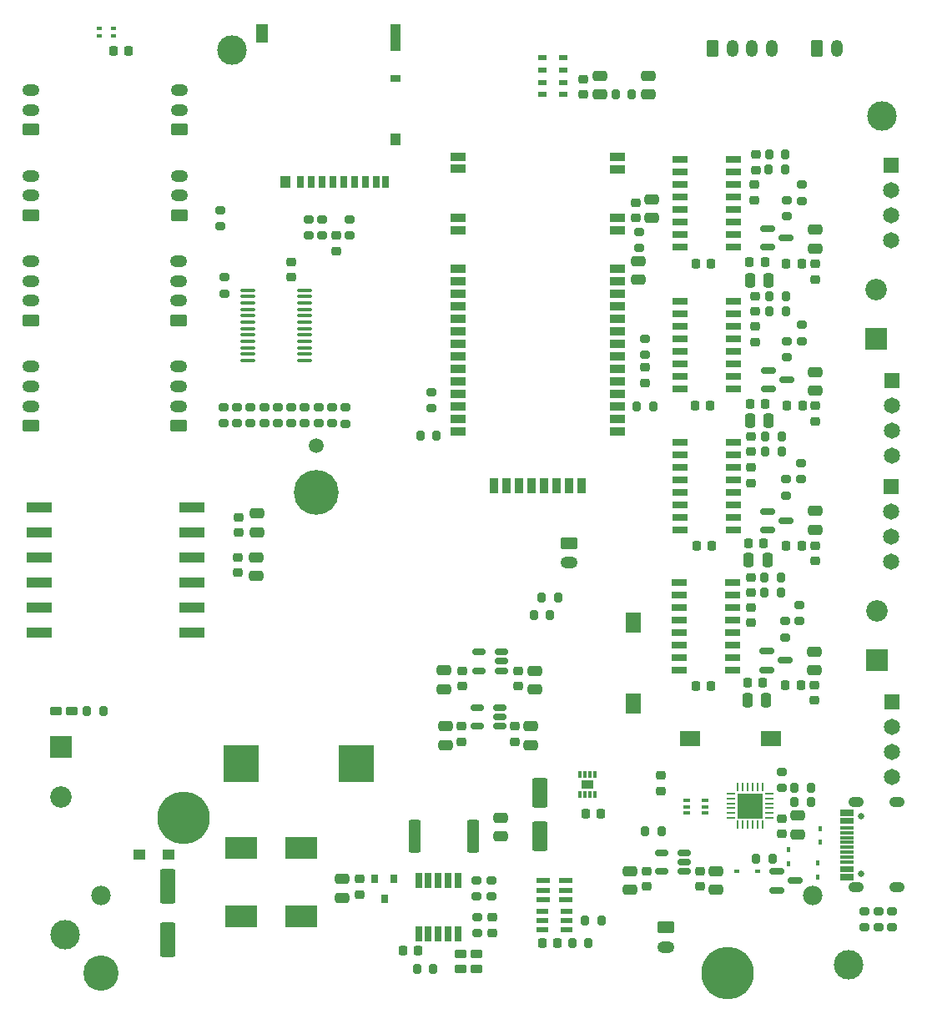
<source format=gts>
G04 #@! TF.GenerationSoftware,KiCad,Pcbnew,(6.0.5)*
G04 #@! TF.CreationDate,2023-01-16T17:19:21+01:00*
G04 #@! TF.ProjectId,ruche,72756368-652e-46b6-9963-61645f706362,rev?*
G04 #@! TF.SameCoordinates,Original*
G04 #@! TF.FileFunction,Soldermask,Top*
G04 #@! TF.FilePolarity,Negative*
%FSLAX46Y46*%
G04 Gerber Fmt 4.6, Leading zero omitted, Abs format (unit mm)*
G04 Created by KiCad (PCBNEW (6.0.5)) date 2023-01-16 17:19:21*
%MOMM*%
%LPD*%
G01*
G04 APERTURE LIST*
G04 Aperture macros list*
%AMRoundRect*
0 Rectangle with rounded corners*
0 $1 Rounding radius*
0 $2 $3 $4 $5 $6 $7 $8 $9 X,Y pos of 4 corners*
0 Add a 4 corners polygon primitive as box body*
4,1,4,$2,$3,$4,$5,$6,$7,$8,$9,$2,$3,0*
0 Add four circle primitives for the rounded corners*
1,1,$1+$1,$2,$3*
1,1,$1+$1,$4,$5*
1,1,$1+$1,$6,$7*
1,1,$1+$1,$8,$9*
0 Add four rect primitives between the rounded corners*
20,1,$1+$1,$2,$3,$4,$5,0*
20,1,$1+$1,$4,$5,$6,$7,0*
20,1,$1+$1,$6,$7,$8,$9,0*
20,1,$1+$1,$8,$9,$2,$3,0*%
G04 Aperture macros list end*
%ADD10RoundRect,0.225000X-0.250000X0.225000X-0.250000X-0.225000X0.250000X-0.225000X0.250000X0.225000X0*%
%ADD11RoundRect,0.250000X-0.475000X0.250000X-0.475000X-0.250000X0.475000X-0.250000X0.475000X0.250000X0*%
%ADD12RoundRect,0.250000X-0.550000X1.500000X-0.550000X-1.500000X0.550000X-1.500000X0.550000X1.500000X0*%
%ADD13RoundRect,0.225000X-0.225000X-0.250000X0.225000X-0.250000X0.225000X0.250000X-0.225000X0.250000X0*%
%ADD14RoundRect,0.250000X0.475000X-0.250000X0.475000X0.250000X-0.475000X0.250000X-0.475000X-0.250000X0*%
%ADD15RoundRect,0.250000X0.550000X-1.250000X0.550000X1.250000X-0.550000X1.250000X-0.550000X-1.250000X0*%
%ADD16RoundRect,0.212500X-0.400000X-0.212500X0.400000X-0.212500X0.400000X0.212500X-0.400000X0.212500X0*%
%ADD17R,1.240000X1.120000*%
%ADD18R,3.200000X2.250000*%
%ADD19R,0.650000X1.525000*%
%ADD20R,2.175000X2.175000*%
%ADD21C,2.175000*%
%ADD22RoundRect,0.250000X-0.350000X-0.625000X0.350000X-0.625000X0.350000X0.625000X-0.350000X0.625000X0*%
%ADD23O,1.200000X1.750000*%
%ADD24R,3.650000X3.750000*%
%ADD25R,0.800000X0.900000*%
%ADD26RoundRect,0.200000X-0.200000X-0.275000X0.200000X-0.275000X0.200000X0.275000X-0.200000X0.275000X0*%
%ADD27RoundRect,0.200000X0.275000X-0.200000X0.275000X0.200000X-0.275000X0.200000X-0.275000X-0.200000X0*%
%ADD28RoundRect,0.200000X-0.275000X0.200000X-0.275000X-0.200000X0.275000X-0.200000X0.275000X0.200000X0*%
%ADD29RoundRect,0.250000X-0.362500X-1.425000X0.362500X-1.425000X0.362500X1.425000X-0.362500X1.425000X0*%
%ADD30R,0.300000X0.750000*%
%ADD31R,1.300000X0.900000*%
%ADD32RoundRect,0.250000X0.625000X-0.350000X0.625000X0.350000X-0.625000X0.350000X-0.625000X-0.350000X0*%
%ADD33O,1.750000X1.200000*%
%ADD34R,2.500000X1.000000*%
%ADD35R,0.500000X0.300000*%
%ADD36C,1.500000*%
%ADD37C,4.540000*%
%ADD38RoundRect,0.225000X0.250000X-0.225000X0.250000X0.225000X-0.250000X0.225000X-0.250000X-0.225000X0*%
%ADD39R,0.650000X0.400000*%
%ADD40R,1.650000X1.650000*%
%ADD41C,1.650000*%
%ADD42RoundRect,0.150000X-0.587500X-0.150000X0.587500X-0.150000X0.587500X0.150000X-0.587500X0.150000X0*%
%ADD43RoundRect,0.225000X0.225000X0.250000X-0.225000X0.250000X-0.225000X-0.250000X0.225000X-0.250000X0*%
%ADD44RoundRect,0.250000X-0.625000X0.350000X-0.625000X-0.350000X0.625000X-0.350000X0.625000X0.350000X0*%
%ADD45R,0.600000X0.450000*%
%ADD46R,0.700000X1.200000*%
%ADD47R,1.000000X0.800000*%
%ADD48R,1.300000X1.900000*%
%ADD49R,1.000000X1.200000*%
%ADD50R,1.000000X2.800000*%
%ADD51RoundRect,0.218750X0.218750X0.256250X-0.218750X0.256250X-0.218750X-0.256250X0.218750X-0.256250X0*%
%ADD52RoundRect,0.218750X0.256250X-0.218750X0.256250X0.218750X-0.256250X0.218750X-0.256250X-0.218750X0*%
%ADD53RoundRect,0.250000X-0.250000X-0.475000X0.250000X-0.475000X0.250000X0.475000X-0.250000X0.475000X0*%
%ADD54RoundRect,0.100000X-0.637500X-0.100000X0.637500X-0.100000X0.637500X0.100000X-0.637500X0.100000X0*%
%ADD55RoundRect,0.150000X0.512500X0.150000X-0.512500X0.150000X-0.512500X-0.150000X0.512500X-0.150000X0*%
%ADD56R,0.420000X0.550000*%
%ADD57RoundRect,0.062500X0.062500X-0.350000X0.062500X0.350000X-0.062500X0.350000X-0.062500X-0.350000X0*%
%ADD58RoundRect,0.062500X0.350000X-0.062500X0.350000X0.062500X-0.350000X0.062500X-0.350000X-0.062500X0*%
%ADD59R,2.600000X2.600000*%
%ADD60R,2.000000X1.500000*%
%ADD61R,1.525000X0.700000*%
%ADD62R,1.400000X0.600000*%
%ADD63C,3.000000*%
%ADD64R,1.200000X0.600000*%
%ADD65C,0.670000*%
%ADD66R,1.450000X0.300000*%
%ADD67RoundRect,0.500000X0.300000X0.000000X0.300000X0.000000X-0.300000X0.000000X-0.300000X0.000000X0*%
%ADD68R,1.500000X2.000000*%
%ADD69R,1.500000X0.900000*%
%ADD70R,0.900000X1.500000*%
%ADD71RoundRect,0.200000X0.200000X0.275000X-0.200000X0.275000X-0.200000X-0.275000X0.200000X-0.275000X0*%
%ADD72R,0.950000X0.550000*%
%ADD73C,1.980000*%
%ADD74C,5.325000*%
%ADD75C,3.585000*%
G04 APERTURE END LIST*
D10*
X137830000Y-140895000D03*
X137830000Y-142445000D03*
D11*
X139420000Y-140870000D03*
X139420000Y-142770000D03*
D10*
X156620000Y-155555000D03*
X156620000Y-157105000D03*
D11*
X158250000Y-155590000D03*
X158250000Y-157490000D03*
D10*
X152650000Y-145885000D03*
X152650000Y-147435000D03*
D12*
X102625000Y-157110000D03*
X102625000Y-162510000D03*
D10*
X122060000Y-156385000D03*
X122060000Y-157935000D03*
D11*
X120290000Y-156390000D03*
X120290000Y-158290000D03*
D10*
X135560000Y-160275000D03*
X135560000Y-161825000D03*
D13*
X145005000Y-149750000D03*
X146555000Y-149750000D03*
X126495000Y-163600000D03*
X128045000Y-163600000D03*
D14*
X136410000Y-152035000D03*
X136410000Y-150135000D03*
D15*
X140380000Y-152010000D03*
X140380000Y-147610000D03*
D13*
X97067391Y-72357391D03*
X98617391Y-72357391D03*
D16*
X91268750Y-139310000D03*
X92893750Y-139310000D03*
D17*
X102700000Y-153900000D03*
X99700000Y-153900000D03*
D16*
X132307500Y-165542000D03*
X133932500Y-165542000D03*
X132327500Y-163992000D03*
X133952500Y-163992000D03*
D18*
X116180000Y-153260000D03*
X116180000Y-160160000D03*
X110025000Y-153235000D03*
X110025000Y-160135000D03*
D19*
X128070000Y-161912000D03*
X129070000Y-161912000D03*
X130070000Y-161912000D03*
X131070000Y-161912000D03*
X132070000Y-161912000D03*
X132070000Y-156488000D03*
X131070000Y-156488000D03*
X130070000Y-156488000D03*
X129070000Y-156488000D03*
X128070000Y-156488000D03*
D20*
X91760000Y-143020000D03*
D21*
X91760000Y-148020000D03*
D22*
X157900000Y-72090000D03*
D23*
X159900000Y-72090000D03*
X161900000Y-72090000D03*
X163900000Y-72090000D03*
D24*
X110040000Y-144690000D03*
X121740000Y-144690000D03*
D25*
X125540000Y-156350000D03*
X123640000Y-156350000D03*
X124590000Y-158350000D03*
D26*
X94416250Y-139300000D03*
X96066250Y-139300000D03*
D27*
X133990000Y-161875000D03*
X133990000Y-160225000D03*
D26*
X127895000Y-165540000D03*
X129545000Y-165540000D03*
D28*
X135460000Y-156485000D03*
X135460000Y-158135000D03*
D27*
X133960000Y-158135000D03*
X133960000Y-156485000D03*
D29*
X127637500Y-152030000D03*
X133562500Y-152030000D03*
D30*
X144480000Y-147810000D03*
X144980000Y-147810000D03*
X145480000Y-147810000D03*
X145980000Y-147810000D03*
X145980000Y-145810000D03*
X145480000Y-145810000D03*
X144980000Y-145810000D03*
X144480000Y-145810000D03*
D31*
X145230000Y-146810000D03*
D32*
X88740000Y-89040000D03*
D33*
X88740000Y-87040000D03*
X88740000Y-85040000D03*
D32*
X88750000Y-80340000D03*
D33*
X88750000Y-78340000D03*
X88750000Y-76340000D03*
D32*
X103760000Y-89030000D03*
D33*
X103760000Y-87030000D03*
X103760000Y-85030000D03*
D34*
X105065000Y-131360000D03*
X105065000Y-128820000D03*
X105065000Y-126280000D03*
X105065000Y-123740000D03*
X105065000Y-121200000D03*
X105065000Y-118660000D03*
X89565000Y-118660000D03*
X89565000Y-121200000D03*
X89565000Y-123740000D03*
X89565000Y-126280000D03*
X89565000Y-128820000D03*
X89565000Y-131360000D03*
D35*
X95667391Y-70082391D03*
X95667391Y-70882391D03*
X97067391Y-70882391D03*
X97067391Y-70082391D03*
D10*
X109765000Y-123750000D03*
X109765000Y-125300000D03*
D11*
X111590000Y-123750000D03*
X111590000Y-125650000D03*
D26*
X128235000Y-111370000D03*
X129885000Y-111370000D03*
D36*
X117650000Y-112380000D03*
D37*
X117650000Y-117180000D03*
D11*
X130668750Y-135220000D03*
X130668750Y-137120000D03*
D38*
X109780000Y-121215000D03*
X109780000Y-119665000D03*
D27*
X166970000Y-87565000D03*
X166970000Y-85915000D03*
D14*
X168330000Y-92410000D03*
X168330000Y-90510000D03*
D11*
X149560000Y-155590000D03*
X149560000Y-157490000D03*
D39*
X155260000Y-148400000D03*
X155260000Y-149050000D03*
X155260000Y-149700000D03*
X157160000Y-149700000D03*
X157160000Y-149050000D03*
X157160000Y-148400000D03*
D27*
X129400000Y-108625000D03*
X129400000Y-106975000D03*
X108340000Y-96995000D03*
X108340000Y-95345000D03*
D40*
X176060000Y-83960000D03*
D41*
X176060000Y-86500000D03*
X176060000Y-89040000D03*
X176060000Y-91580000D03*
D14*
X168200000Y-135210000D03*
X168200000Y-133310000D03*
D32*
X103800000Y-80350000D03*
D33*
X103800000Y-78350000D03*
X103800000Y-76350000D03*
D42*
X163382500Y-133250000D03*
X163382500Y-135150000D03*
X165257500Y-134200000D03*
D43*
X142165000Y-162890000D03*
X140615000Y-162890000D03*
D27*
X166710000Y-130235000D03*
X166710000Y-128585000D03*
D26*
X166215000Y-148530000D03*
X167865000Y-148530000D03*
D27*
X165410000Y-89145000D03*
X165410000Y-87495000D03*
D44*
X143310000Y-122300000D03*
D33*
X143310000Y-124300000D03*
D38*
X161800000Y-113015000D03*
X161800000Y-111465000D03*
D13*
X156255000Y-122610000D03*
X157805000Y-122610000D03*
D45*
X160340000Y-155600000D03*
X162440000Y-155600000D03*
D13*
X161695000Y-108180000D03*
X163245000Y-108180000D03*
D28*
X109670000Y-108485000D03*
X109670000Y-110135000D03*
D27*
X176140000Y-161275000D03*
X176140000Y-159625000D03*
D28*
X112400000Y-108485000D03*
X112400000Y-110135000D03*
D20*
X174520000Y-101580000D03*
D21*
X174520000Y-96580000D03*
D46*
X116085000Y-85670000D03*
X117185000Y-85670000D03*
X118285000Y-85670000D03*
X119385000Y-85670000D03*
X120485000Y-85670000D03*
X121585000Y-85670000D03*
X122685000Y-85670000D03*
X123785000Y-85670000D03*
X124735000Y-85670000D03*
D47*
X125685000Y-75170000D03*
D48*
X112185000Y-70570000D03*
D49*
X114535000Y-85670000D03*
X125685000Y-81370000D03*
D50*
X125685000Y-71020000D03*
D51*
X166947500Y-122550000D03*
X165372500Y-122550000D03*
D28*
X115150000Y-108485000D03*
X115150000Y-110135000D03*
D10*
X168350000Y-108385000D03*
X168350000Y-109935000D03*
D28*
X119270000Y-108505000D03*
X119270000Y-110155000D03*
D14*
X168350000Y-106850000D03*
X168350000Y-104950000D03*
D52*
X151040000Y-106027500D03*
X151040000Y-104452500D03*
D27*
X166890000Y-115835000D03*
X166890000Y-114185000D03*
D20*
X174560000Y-134190000D03*
D21*
X174560000Y-129190000D03*
D53*
X161710000Y-109900000D03*
X163610000Y-109900000D03*
X161450000Y-138200000D03*
X163350000Y-138200000D03*
D42*
X163582500Y-104780000D03*
X163582500Y-106680000D03*
X165457500Y-105730000D03*
D54*
X110747500Y-96625000D03*
X110747500Y-97275000D03*
X110747500Y-97925000D03*
X110747500Y-98575000D03*
X110747500Y-99225000D03*
X110747500Y-99875000D03*
X110747500Y-100525000D03*
X110747500Y-101175000D03*
X110747500Y-101825000D03*
X110747500Y-102475000D03*
X110747500Y-103125000D03*
X110747500Y-103775000D03*
X116472500Y-103775000D03*
X116472500Y-103125000D03*
X116472500Y-102475000D03*
X116472500Y-101825000D03*
X116472500Y-101175000D03*
X116472500Y-100525000D03*
X116472500Y-99875000D03*
X116472500Y-99225000D03*
X116472500Y-98575000D03*
X116472500Y-97925000D03*
X116472500Y-97275000D03*
X116472500Y-96625000D03*
D28*
X108310000Y-108485000D03*
X108310000Y-110135000D03*
D55*
X155047500Y-155590000D03*
X155047500Y-154640000D03*
X155047500Y-153690000D03*
X152772500Y-153690000D03*
X152772500Y-155590000D03*
D56*
X165630000Y-153430000D03*
X165630000Y-154830000D03*
D10*
X151200000Y-155585000D03*
X151200000Y-157135000D03*
D55*
X136280000Y-140890000D03*
X136280000Y-139940000D03*
X136280000Y-138990000D03*
X134005000Y-138990000D03*
X134005000Y-140890000D03*
D57*
X160460000Y-150887500D03*
X160960000Y-150887500D03*
X161460000Y-150887500D03*
X161960000Y-150887500D03*
X162460000Y-150887500D03*
X162960000Y-150887500D03*
D58*
X163647500Y-150200000D03*
X163647500Y-149700000D03*
X163647500Y-149200000D03*
X163647500Y-148700000D03*
X163647500Y-148200000D03*
X163647500Y-147700000D03*
D57*
X162960000Y-147012500D03*
X162460000Y-147012500D03*
X161960000Y-147012500D03*
X161460000Y-147012500D03*
X160960000Y-147012500D03*
X160460000Y-147012500D03*
D58*
X159772500Y-147700000D03*
X159772500Y-148200000D03*
X159772500Y-148700000D03*
X159772500Y-149200000D03*
X159772500Y-149700000D03*
X159772500Y-150200000D03*
D59*
X161710000Y-148950000D03*
D40*
X176110000Y-138380000D03*
D41*
X176110000Y-140920000D03*
X176110000Y-143460000D03*
X176110000Y-146000000D03*
D60*
X155640000Y-142100000D03*
X163840000Y-142100000D03*
D27*
X165250000Y-131855000D03*
X165250000Y-130205000D03*
D10*
X168330000Y-93995000D03*
X168330000Y-95545000D03*
D14*
X151355000Y-76810000D03*
X151355000Y-74910000D03*
D10*
X168300000Y-122545000D03*
X168300000Y-124095000D03*
D27*
X164950000Y-147145000D03*
X164950000Y-145495000D03*
D13*
X161535000Y-122280000D03*
X163085000Y-122280000D03*
D27*
X151030000Y-103185000D03*
X151030000Y-101535000D03*
D13*
X156185000Y-136830000D03*
X157735000Y-136830000D03*
D10*
X138188750Y-135255000D03*
X138188750Y-136805000D03*
D26*
X148055000Y-76810000D03*
X149705000Y-76810000D03*
D13*
X156105000Y-108320000D03*
X157655000Y-108320000D03*
D26*
X140545000Y-127790000D03*
X142195000Y-127790000D03*
D27*
X174740000Y-161305000D03*
X174740000Y-159655000D03*
D51*
X166957500Y-93970000D03*
X165382500Y-93970000D03*
X166837500Y-136720000D03*
X165262500Y-136720000D03*
D40*
X176090000Y-105830000D03*
D41*
X176090000Y-108370000D03*
X176090000Y-110910000D03*
X176090000Y-113450000D03*
D14*
X111640000Y-121180000D03*
X111640000Y-119280000D03*
D26*
X163245000Y-111470000D03*
X164895000Y-111470000D03*
D61*
X160032000Y-106685000D03*
X160032000Y-105415000D03*
X160032000Y-104145000D03*
X160032000Y-102875000D03*
X160032000Y-101605000D03*
X160032000Y-100335000D03*
X160032000Y-99065000D03*
X160032000Y-97795000D03*
X154608000Y-97795000D03*
X154608000Y-99065000D03*
X154608000Y-100335000D03*
X154608000Y-101605000D03*
X154608000Y-102875000D03*
X154608000Y-104145000D03*
X154608000Y-105415000D03*
X154608000Y-106685000D03*
D62*
X140705000Y-156560000D03*
X140705000Y-157510000D03*
X140705000Y-158460000D03*
X143005000Y-156560000D03*
X143005000Y-157510000D03*
X143005000Y-158460000D03*
D27*
X121090000Y-91115000D03*
X121090000Y-89465000D03*
D61*
X159992000Y-120995000D03*
X159992000Y-119725000D03*
X159992000Y-118455000D03*
X159992000Y-117185000D03*
X159992000Y-115915000D03*
X159992000Y-114645000D03*
X159992000Y-113375000D03*
X159992000Y-112105000D03*
X154568000Y-112105000D03*
X154568000Y-113375000D03*
X154568000Y-114645000D03*
X154568000Y-115915000D03*
X154568000Y-117185000D03*
X154568000Y-118455000D03*
X154568000Y-119725000D03*
X154568000Y-120995000D03*
D28*
X150410000Y-90735000D03*
X150410000Y-92385000D03*
D26*
X139755000Y-129620000D03*
X141405000Y-129620000D03*
D10*
X119730000Y-91115000D03*
X119730000Y-92665000D03*
D27*
X165470000Y-103455000D03*
X165470000Y-101805000D03*
D26*
X163175000Y-127310000D03*
X164825000Y-127310000D03*
D28*
X117910000Y-108485000D03*
X117910000Y-110135000D03*
D63*
X92240000Y-162030000D03*
D53*
X161680000Y-95660000D03*
X163580000Y-95660000D03*
D63*
X109110000Y-72300000D03*
D53*
X161550000Y-123990000D03*
X163450000Y-123990000D03*
D13*
X156175000Y-93930000D03*
X157725000Y-93930000D03*
D38*
X162250000Y-98805000D03*
X162250000Y-97255000D03*
D61*
X159972000Y-135195000D03*
X159972000Y-133925000D03*
X159972000Y-132655000D03*
X159972000Y-131385000D03*
X159972000Y-130115000D03*
X159972000Y-128845000D03*
X159972000Y-127575000D03*
X159972000Y-126305000D03*
X154548000Y-126305000D03*
X154548000Y-127575000D03*
X154548000Y-128845000D03*
X154548000Y-130115000D03*
X154548000Y-131385000D03*
X154548000Y-132655000D03*
X154548000Y-133925000D03*
X154548000Y-135195000D03*
D26*
X163245000Y-113020000D03*
X164895000Y-113020000D03*
D64*
X143100000Y-161560000D03*
X143100000Y-160610000D03*
X143100000Y-159660000D03*
X140600000Y-159660000D03*
X140600000Y-160610000D03*
X140600000Y-161560000D03*
D44*
X153150000Y-161270000D03*
D33*
X153150000Y-163270000D03*
D10*
X132442500Y-140895000D03*
X132442500Y-142445000D03*
D13*
X161415000Y-136440000D03*
X162965000Y-136440000D03*
X161665000Y-93800000D03*
X163215000Y-93800000D03*
D65*
X172957500Y-150020000D03*
X172957500Y-155820000D03*
D66*
X171507500Y-156320000D03*
X171507500Y-155520000D03*
X171507500Y-154170000D03*
X171507500Y-153170000D03*
X171507500Y-152670000D03*
X171507500Y-151670000D03*
X171507500Y-150320000D03*
X171507500Y-149520000D03*
X171507500Y-149820000D03*
X171507500Y-150620000D03*
X171507500Y-151170000D03*
X171507500Y-152170000D03*
X171507500Y-153670000D03*
X171507500Y-154670000D03*
X171507500Y-155220000D03*
X171507500Y-156020000D03*
D67*
X176607500Y-157240000D03*
X172427500Y-157240000D03*
X172427500Y-148600000D03*
X176607500Y-148600000D03*
D14*
X166560000Y-151850000D03*
X166560000Y-149950000D03*
D42*
X164412500Y-155610000D03*
X164412500Y-157510000D03*
X166287500Y-156560000D03*
D27*
X166970000Y-101825000D03*
X166970000Y-100175000D03*
X118300000Y-91095000D03*
X118300000Y-89445000D03*
D14*
X151700000Y-89300000D03*
X151700000Y-87400000D03*
D32*
X103730000Y-99720000D03*
D33*
X103730000Y-97720000D03*
X103730000Y-95720000D03*
X103730000Y-93720000D03*
D38*
X164940000Y-151825000D03*
X164940000Y-150275000D03*
X144805000Y-76785000D03*
X144805000Y-75235000D03*
D28*
X111020000Y-108485000D03*
X111020000Y-110135000D03*
D26*
X162315000Y-154310000D03*
X163965000Y-154310000D03*
D42*
X163502500Y-119100000D03*
X163502500Y-121000000D03*
X165377500Y-120050000D03*
D56*
X168560000Y-154770000D03*
X168560000Y-156170000D03*
D38*
X162140000Y-87495000D03*
X162140000Y-85945000D03*
D68*
X149842000Y-138576000D03*
X149842000Y-130376000D03*
D28*
X116530000Y-108485000D03*
X116530000Y-110135000D03*
D63*
X175130000Y-78960000D03*
D26*
X163695000Y-98800000D03*
X165345000Y-98800000D03*
X150215000Y-108470000D03*
X151865000Y-108470000D03*
D69*
X148210000Y-83095000D03*
X148210000Y-84365000D03*
X148210000Y-89295000D03*
X148210000Y-90565000D03*
X148210000Y-94495000D03*
X148210000Y-95765000D03*
X148210000Y-97035000D03*
X148210000Y-98305000D03*
X148210000Y-99575000D03*
X148210000Y-100845000D03*
X148210000Y-102115000D03*
X148210000Y-103385000D03*
X148210000Y-104655000D03*
X148210000Y-105925000D03*
X148210000Y-107195000D03*
X148210000Y-108465000D03*
X148210000Y-109735000D03*
X148210000Y-111005000D03*
D70*
X144610000Y-116495000D03*
X143340000Y-116495000D03*
X142070000Y-116495000D03*
X140800000Y-116495000D03*
X139530000Y-116495000D03*
X138260000Y-116495000D03*
X136990000Y-116495000D03*
X135720000Y-116495000D03*
D69*
X132110000Y-111005000D03*
X132110000Y-109735000D03*
X132110000Y-108465000D03*
X132110000Y-107195000D03*
X132110000Y-105925000D03*
X132110000Y-104655000D03*
X132110000Y-103385000D03*
X132110000Y-102115000D03*
X132110000Y-100845000D03*
X132110000Y-99575000D03*
X132110000Y-98305000D03*
X132110000Y-97035000D03*
X132110000Y-95765000D03*
X132110000Y-94495000D03*
X132110000Y-90565000D03*
X132110000Y-89295000D03*
X132110000Y-84335000D03*
X132110000Y-83095000D03*
D38*
X162250000Y-101875000D03*
X162250000Y-100325000D03*
D10*
X168200000Y-136725000D03*
X168200000Y-138275000D03*
D71*
X145305000Y-162870000D03*
X143655000Y-162870000D03*
D28*
X113780000Y-108485000D03*
X113780000Y-110135000D03*
D38*
X115180000Y-95335000D03*
X115180000Y-93785000D03*
D63*
X171690000Y-165090000D03*
D51*
X167007500Y-108360000D03*
X165432500Y-108360000D03*
D61*
X159990000Y-92300000D03*
X159990000Y-91030000D03*
X159990000Y-89760000D03*
X159990000Y-88490000D03*
X159990000Y-87220000D03*
X159990000Y-85950000D03*
X159990000Y-84680000D03*
X159990000Y-83410000D03*
X154566000Y-83410000D03*
X154566000Y-84680000D03*
X154566000Y-85950000D03*
X154566000Y-87220000D03*
X154566000Y-88490000D03*
X154566000Y-89760000D03*
X154566000Y-91030000D03*
X154566000Y-92300000D03*
D38*
X162320000Y-84445000D03*
X162320000Y-82895000D03*
D11*
X130802500Y-140890000D03*
X130802500Y-142790000D03*
D28*
X107950000Y-88505000D03*
X107950000Y-90155000D03*
D26*
X163185000Y-125780000D03*
X164835000Y-125780000D03*
D38*
X161790000Y-127305000D03*
X161790000Y-125755000D03*
D26*
X151049000Y-151494000D03*
X152699000Y-151494000D03*
D14*
X146480000Y-76810000D03*
X146480000Y-74910000D03*
D72*
X142750000Y-76805000D03*
X142750000Y-75555000D03*
X142750000Y-74305000D03*
X142750000Y-73055000D03*
X140600000Y-73055000D03*
X140600000Y-74305000D03*
X140600000Y-75555000D03*
X140600000Y-76805000D03*
D71*
X167875000Y-147150000D03*
X166225000Y-147150000D03*
D11*
X139858750Y-135250000D03*
X139858750Y-137150000D03*
X150390000Y-93690000D03*
X150390000Y-95590000D03*
D32*
X88760000Y-110410000D03*
D33*
X88760000Y-108410000D03*
X88760000Y-106410000D03*
X88760000Y-104410000D03*
D14*
X168300000Y-120930000D03*
X168300000Y-119030000D03*
D55*
X136486250Y-135250000D03*
X136486250Y-134300000D03*
X136486250Y-133350000D03*
X134211250Y-133350000D03*
X134211250Y-135250000D03*
D28*
X120630000Y-108525000D03*
X120630000Y-110175000D03*
D26*
X144965000Y-160610000D03*
X146615000Y-160610000D03*
D32*
X88710000Y-99720000D03*
D33*
X88710000Y-97720000D03*
X88710000Y-95720000D03*
X88710000Y-93720000D03*
D38*
X161800000Y-116185000D03*
X161800000Y-114635000D03*
D22*
X168510000Y-72080000D03*
D23*
X170510000Y-72080000D03*
D38*
X150090000Y-89295000D03*
X150090000Y-87745000D03*
D10*
X132478750Y-135255000D03*
X132478750Y-136805000D03*
D32*
X103730000Y-110400000D03*
D33*
X103730000Y-108400000D03*
X103730000Y-106400000D03*
X103730000Y-104400000D03*
D40*
X176020000Y-116600000D03*
D41*
X176020000Y-119140000D03*
X176020000Y-121680000D03*
X176020000Y-124220000D03*
D27*
X116910000Y-91115000D03*
X116910000Y-89465000D03*
X173330000Y-161305000D03*
X173330000Y-159655000D03*
D26*
X163625000Y-82890000D03*
X165275000Y-82890000D03*
D27*
X165370000Y-117485000D03*
X165370000Y-115835000D03*
D42*
X163502500Y-90390000D03*
X163502500Y-92290000D03*
X165377500Y-91340000D03*
D26*
X163615000Y-84410000D03*
X165265000Y-84410000D03*
X163695000Y-97280000D03*
X165345000Y-97280000D03*
D56*
X168840000Y-152670000D03*
X168840000Y-151270000D03*
D38*
X161800000Y-130355000D03*
X161800000Y-128805000D03*
D73*
X168080000Y-158080000D03*
X95880000Y-158080000D03*
D74*
X159440000Y-165950000D03*
D75*
X95880000Y-165950000D03*
D74*
X104240000Y-150210000D03*
M02*

</source>
